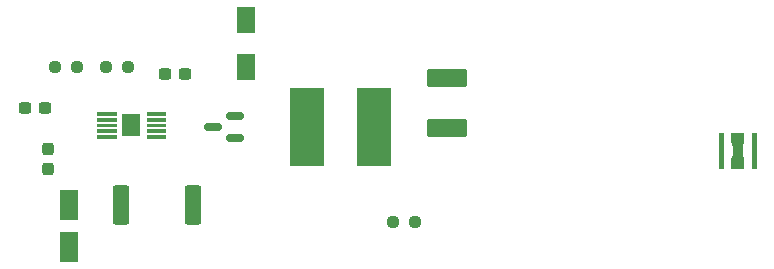
<source format=gbr>
%TF.GenerationSoftware,KiCad,Pcbnew,7.0.10-7.0.10~ubuntu20.04.1*%
%TF.CreationDate,2025-03-29T11:51:33+01:00*%
%TF.ProjectId,uven2-mk3-cc-driver,7576656e-322d-46d6-9b33-2d63632d6472,rev?*%
%TF.SameCoordinates,Original*%
%TF.FileFunction,Paste,Top*%
%TF.FilePolarity,Positive*%
%FSLAX46Y46*%
G04 Gerber Fmt 4.6, Leading zero omitted, Abs format (unit mm)*
G04 Created by KiCad (PCBNEW 7.0.10-7.0.10~ubuntu20.04.1) date 2025-03-29 11:51:33*
%MOMM*%
%LPD*%
G01*
G04 APERTURE LIST*
G04 Aperture macros list*
%AMRoundRect*
0 Rectangle with rounded corners*
0 $1 Rounding radius*
0 $2 $3 $4 $5 $6 $7 $8 $9 X,Y pos of 4 corners*
0 Add a 4 corners polygon primitive as box body*
4,1,4,$2,$3,$4,$5,$6,$7,$8,$9,$2,$3,0*
0 Add four circle primitives for the rounded corners*
1,1,$1+$1,$2,$3*
1,1,$1+$1,$4,$5*
1,1,$1+$1,$6,$7*
1,1,$1+$1,$8,$9*
0 Add four rect primitives between the rounded corners*
20,1,$1+$1,$2,$3,$4,$5,0*
20,1,$1+$1,$4,$5,$6,$7,0*
20,1,$1+$1,$6,$7,$8,$9,0*
20,1,$1+$1,$8,$9,$2,$3,0*%
G04 Aperture macros list end*
%ADD10C,0.010000*%
%ADD11RoundRect,0.249999X-0.450001X-1.425001X0.450001X-1.425001X0.450001X1.425001X-0.450001X1.425001X0*%
%ADD12RoundRect,0.237500X0.250000X0.237500X-0.250000X0.237500X-0.250000X-0.237500X0.250000X-0.237500X0*%
%ADD13RoundRect,0.237500X-0.300000X-0.237500X0.300000X-0.237500X0.300000X0.237500X-0.300000X0.237500X0*%
%ADD14R,1.550000X2.250000*%
%ADD15R,1.600000X2.600000*%
%ADD16R,1.570000X1.880000*%
%ADD17R,2.850000X6.600000*%
%ADD18RoundRect,0.150000X0.587500X0.150000X-0.587500X0.150000X-0.587500X-0.150000X0.587500X-0.150000X0*%
%ADD19RoundRect,0.250000X1.450000X-0.537500X1.450000X0.537500X-1.450000X0.537500X-1.450000X-0.537500X0*%
%ADD20RoundRect,0.237500X-0.237500X0.300000X-0.237500X-0.300000X0.237500X-0.300000X0.237500X0.300000X0*%
G04 APERTURE END LIST*
%TO.C,U2*%
D10*
X114975000Y-93975000D02*
X113425000Y-93975000D01*
X113425000Y-93725000D01*
X114975000Y-93725000D01*
X114975000Y-93975000D01*
G36*
X114975000Y-93975000D02*
G01*
X113425000Y-93975000D01*
X113425000Y-93725000D01*
X114975000Y-93725000D01*
X114975000Y-93975000D01*
G37*
X114975000Y-94475000D02*
X113425000Y-94475000D01*
X113425000Y-94225000D01*
X114975000Y-94225000D01*
X114975000Y-94475000D01*
G36*
X114975000Y-94475000D02*
G01*
X113425000Y-94475000D01*
X113425000Y-94225000D01*
X114975000Y-94225000D01*
X114975000Y-94475000D01*
G37*
X114975000Y-94975000D02*
X113425000Y-94975000D01*
X113425000Y-94725000D01*
X114975000Y-94725000D01*
X114975000Y-94975000D01*
G36*
X114975000Y-94975000D02*
G01*
X113425000Y-94975000D01*
X113425000Y-94725000D01*
X114975000Y-94725000D01*
X114975000Y-94975000D01*
G37*
X114975000Y-95475000D02*
X113425000Y-95475000D01*
X113425000Y-95225000D01*
X114975000Y-95225000D01*
X114975000Y-95475000D01*
G36*
X114975000Y-95475000D02*
G01*
X113425000Y-95475000D01*
X113425000Y-95225000D01*
X114975000Y-95225000D01*
X114975000Y-95475000D01*
G37*
X114975000Y-95975000D02*
X113425000Y-95975000D01*
X113425000Y-95725000D01*
X114975000Y-95725000D01*
X114975000Y-95975000D01*
G36*
X114975000Y-95975000D02*
G01*
X113425000Y-95975000D01*
X113425000Y-95725000D01*
X114975000Y-95725000D01*
X114975000Y-95975000D01*
G37*
X119175000Y-93975000D02*
X117625000Y-93975000D01*
X117625000Y-93725000D01*
X119175000Y-93725000D01*
X119175000Y-93975000D01*
G36*
X119175000Y-93975000D02*
G01*
X117625000Y-93975000D01*
X117625000Y-93725000D01*
X119175000Y-93725000D01*
X119175000Y-93975000D01*
G37*
X119175000Y-94475000D02*
X117625000Y-94475000D01*
X117625000Y-94225000D01*
X119175000Y-94225000D01*
X119175000Y-94475000D01*
G36*
X119175000Y-94475000D02*
G01*
X117625000Y-94475000D01*
X117625000Y-94225000D01*
X119175000Y-94225000D01*
X119175000Y-94475000D01*
G37*
X119175000Y-94975000D02*
X117625000Y-94975000D01*
X117625000Y-94725000D01*
X119175000Y-94725000D01*
X119175000Y-94975000D01*
G36*
X119175000Y-94975000D02*
G01*
X117625000Y-94975000D01*
X117625000Y-94725000D01*
X119175000Y-94725000D01*
X119175000Y-94975000D01*
G37*
X119175000Y-95475000D02*
X117625000Y-95475000D01*
X117625000Y-95225000D01*
X119175000Y-95225000D01*
X119175000Y-95475000D01*
G36*
X119175000Y-95475000D02*
G01*
X117625000Y-95475000D01*
X117625000Y-95225000D01*
X119175000Y-95225000D01*
X119175000Y-95475000D01*
G37*
X119175000Y-95975000D02*
X117625000Y-95975000D01*
X117625000Y-95725000D01*
X119175000Y-95725000D01*
X119175000Y-95975000D01*
G36*
X119175000Y-95975000D02*
G01*
X117625000Y-95975000D01*
X117625000Y-95725000D01*
X119175000Y-95725000D01*
X119175000Y-95975000D01*
G37*
%TO.C,D2*%
X169128000Y-95521000D02*
X169130000Y-95521000D01*
X169133000Y-95522000D01*
X169135000Y-95522000D01*
X169138000Y-95523000D01*
X169140000Y-95524000D01*
X169143000Y-95525000D01*
X169145000Y-95527000D01*
X169147000Y-95528000D01*
X169149000Y-95530000D01*
X169151000Y-95531000D01*
X169153000Y-95533000D01*
X169155000Y-95535000D01*
X169157000Y-95537000D01*
X169159000Y-95539000D01*
X169160000Y-95541000D01*
X169162000Y-95543000D01*
X169163000Y-95545000D01*
X169165000Y-95547000D01*
X169166000Y-95550000D01*
X169167000Y-95552000D01*
X169168000Y-95555000D01*
X169168000Y-95557000D01*
X169169000Y-95560000D01*
X169169000Y-95562000D01*
X169170000Y-95565000D01*
X169170000Y-95567000D01*
X169170000Y-95570000D01*
X169170000Y-98430000D01*
X169170000Y-98433000D01*
X169170000Y-98435000D01*
X169169000Y-98438000D01*
X169169000Y-98440000D01*
X169168000Y-98443000D01*
X169168000Y-98445000D01*
X169167000Y-98448000D01*
X169166000Y-98450000D01*
X169165000Y-98453000D01*
X169163000Y-98455000D01*
X169162000Y-98457000D01*
X169160000Y-98459000D01*
X169159000Y-98461000D01*
X169157000Y-98463000D01*
X169155000Y-98465000D01*
X169153000Y-98467000D01*
X169151000Y-98469000D01*
X169149000Y-98470000D01*
X169147000Y-98472000D01*
X169145000Y-98473000D01*
X169143000Y-98475000D01*
X169140000Y-98476000D01*
X169138000Y-98477000D01*
X169135000Y-98478000D01*
X169133000Y-98478000D01*
X169130000Y-98479000D01*
X169128000Y-98479000D01*
X169125000Y-98480000D01*
X169123000Y-98480000D01*
X169120000Y-98480000D01*
X168880000Y-98480000D01*
X168877000Y-98480000D01*
X168875000Y-98480000D01*
X168872000Y-98479000D01*
X168870000Y-98479000D01*
X168867000Y-98478000D01*
X168865000Y-98478000D01*
X168862000Y-98477000D01*
X168860000Y-98476000D01*
X168857000Y-98475000D01*
X168855000Y-98473000D01*
X168853000Y-98472000D01*
X168851000Y-98470000D01*
X168849000Y-98469000D01*
X168847000Y-98467000D01*
X168845000Y-98465000D01*
X168843000Y-98463000D01*
X168841000Y-98461000D01*
X168840000Y-98459000D01*
X168838000Y-98457000D01*
X168837000Y-98455000D01*
X168835000Y-98453000D01*
X168834000Y-98450000D01*
X168833000Y-98448000D01*
X168832000Y-98445000D01*
X168832000Y-98443000D01*
X168831000Y-98440000D01*
X168831000Y-98438000D01*
X168830000Y-98435000D01*
X168830000Y-98433000D01*
X168830000Y-98430000D01*
X168830000Y-95570000D01*
X168830000Y-95567000D01*
X168830000Y-95565000D01*
X168831000Y-95562000D01*
X168831000Y-95560000D01*
X168832000Y-95557000D01*
X168832000Y-95555000D01*
X168833000Y-95552000D01*
X168834000Y-95550000D01*
X168835000Y-95547000D01*
X168837000Y-95545000D01*
X168838000Y-95543000D01*
X168840000Y-95541000D01*
X168841000Y-95539000D01*
X168843000Y-95537000D01*
X168845000Y-95535000D01*
X168847000Y-95533000D01*
X168849000Y-95531000D01*
X168851000Y-95530000D01*
X168853000Y-95528000D01*
X168855000Y-95527000D01*
X168857000Y-95525000D01*
X168860000Y-95524000D01*
X168862000Y-95523000D01*
X168865000Y-95522000D01*
X168867000Y-95522000D01*
X168870000Y-95521000D01*
X168872000Y-95521000D01*
X168875000Y-95520000D01*
X168877000Y-95520000D01*
X168880000Y-95520000D01*
X169120000Y-95520000D01*
X169123000Y-95520000D01*
X169125000Y-95520000D01*
X169128000Y-95521000D01*
G36*
X169128000Y-95521000D02*
G01*
X169130000Y-95521000D01*
X169133000Y-95522000D01*
X169135000Y-95522000D01*
X169138000Y-95523000D01*
X169140000Y-95524000D01*
X169143000Y-95525000D01*
X169145000Y-95527000D01*
X169147000Y-95528000D01*
X169149000Y-95530000D01*
X169151000Y-95531000D01*
X169153000Y-95533000D01*
X169155000Y-95535000D01*
X169157000Y-95537000D01*
X169159000Y-95539000D01*
X169160000Y-95541000D01*
X169162000Y-95543000D01*
X169163000Y-95545000D01*
X169165000Y-95547000D01*
X169166000Y-95550000D01*
X169167000Y-95552000D01*
X169168000Y-95555000D01*
X169168000Y-95557000D01*
X169169000Y-95560000D01*
X169169000Y-95562000D01*
X169170000Y-95565000D01*
X169170000Y-95567000D01*
X169170000Y-95570000D01*
X169170000Y-98430000D01*
X169170000Y-98433000D01*
X169170000Y-98435000D01*
X169169000Y-98438000D01*
X169169000Y-98440000D01*
X169168000Y-98443000D01*
X169168000Y-98445000D01*
X169167000Y-98448000D01*
X169166000Y-98450000D01*
X169165000Y-98453000D01*
X169163000Y-98455000D01*
X169162000Y-98457000D01*
X169160000Y-98459000D01*
X169159000Y-98461000D01*
X169157000Y-98463000D01*
X169155000Y-98465000D01*
X169153000Y-98467000D01*
X169151000Y-98469000D01*
X169149000Y-98470000D01*
X169147000Y-98472000D01*
X169145000Y-98473000D01*
X169143000Y-98475000D01*
X169140000Y-98476000D01*
X169138000Y-98477000D01*
X169135000Y-98478000D01*
X169133000Y-98478000D01*
X169130000Y-98479000D01*
X169128000Y-98479000D01*
X169125000Y-98480000D01*
X169123000Y-98480000D01*
X169120000Y-98480000D01*
X168880000Y-98480000D01*
X168877000Y-98480000D01*
X168875000Y-98480000D01*
X168872000Y-98479000D01*
X168870000Y-98479000D01*
X168867000Y-98478000D01*
X168865000Y-98478000D01*
X168862000Y-98477000D01*
X168860000Y-98476000D01*
X168857000Y-98475000D01*
X168855000Y-98473000D01*
X168853000Y-98472000D01*
X168851000Y-98470000D01*
X168849000Y-98469000D01*
X168847000Y-98467000D01*
X168845000Y-98465000D01*
X168843000Y-98463000D01*
X168841000Y-98461000D01*
X168840000Y-98459000D01*
X168838000Y-98457000D01*
X168837000Y-98455000D01*
X168835000Y-98453000D01*
X168834000Y-98450000D01*
X168833000Y-98448000D01*
X168832000Y-98445000D01*
X168832000Y-98443000D01*
X168831000Y-98440000D01*
X168831000Y-98438000D01*
X168830000Y-98435000D01*
X168830000Y-98433000D01*
X168830000Y-98430000D01*
X168830000Y-95570000D01*
X168830000Y-95567000D01*
X168830000Y-95565000D01*
X168831000Y-95562000D01*
X168831000Y-95560000D01*
X168832000Y-95557000D01*
X168832000Y-95555000D01*
X168833000Y-95552000D01*
X168834000Y-95550000D01*
X168835000Y-95547000D01*
X168837000Y-95545000D01*
X168838000Y-95543000D01*
X168840000Y-95541000D01*
X168841000Y-95539000D01*
X168843000Y-95537000D01*
X168845000Y-95535000D01*
X168847000Y-95533000D01*
X168849000Y-95531000D01*
X168851000Y-95530000D01*
X168853000Y-95528000D01*
X168855000Y-95527000D01*
X168857000Y-95525000D01*
X168860000Y-95524000D01*
X168862000Y-95523000D01*
X168865000Y-95522000D01*
X168867000Y-95522000D01*
X168870000Y-95521000D01*
X168872000Y-95521000D01*
X168875000Y-95520000D01*
X168877000Y-95520000D01*
X168880000Y-95520000D01*
X169120000Y-95520000D01*
X169123000Y-95520000D01*
X169125000Y-95520000D01*
X169128000Y-95521000D01*
G37*
X166348000Y-95521000D02*
X166350000Y-95521000D01*
X166353000Y-95522000D01*
X166355000Y-95522000D01*
X166358000Y-95523000D01*
X166360000Y-95524000D01*
X166363000Y-95525000D01*
X166365000Y-95527000D01*
X166367000Y-95528000D01*
X166369000Y-95530000D01*
X166371000Y-95531000D01*
X166373000Y-95533000D01*
X166375000Y-95535000D01*
X166377000Y-95537000D01*
X166379000Y-95539000D01*
X166380000Y-95541000D01*
X166382000Y-95543000D01*
X166383000Y-95545000D01*
X166385000Y-95547000D01*
X166386000Y-95550000D01*
X166387000Y-95552000D01*
X166388000Y-95555000D01*
X166388000Y-95557000D01*
X166389000Y-95560000D01*
X166389000Y-95562000D01*
X166390000Y-95565000D01*
X166390000Y-95567000D01*
X166390000Y-95570000D01*
X166390000Y-98430000D01*
X166390000Y-98433000D01*
X166390000Y-98435000D01*
X166389000Y-98438000D01*
X166389000Y-98440000D01*
X166388000Y-98443000D01*
X166388000Y-98445000D01*
X166387000Y-98448000D01*
X166386000Y-98450000D01*
X166385000Y-98453000D01*
X166383000Y-98455000D01*
X166382000Y-98457000D01*
X166380000Y-98459000D01*
X166379000Y-98461000D01*
X166377000Y-98463000D01*
X166375000Y-98465000D01*
X166373000Y-98467000D01*
X166371000Y-98469000D01*
X166369000Y-98470000D01*
X166367000Y-98472000D01*
X166365000Y-98473000D01*
X166363000Y-98475000D01*
X166360000Y-98476000D01*
X166358000Y-98477000D01*
X166355000Y-98478000D01*
X166353000Y-98478000D01*
X166350000Y-98479000D01*
X166348000Y-98479000D01*
X166345000Y-98480000D01*
X166343000Y-98480000D01*
X166340000Y-98480000D01*
X166100000Y-98480000D01*
X166097000Y-98480000D01*
X166095000Y-98480000D01*
X166092000Y-98479000D01*
X166090000Y-98479000D01*
X166087000Y-98478000D01*
X166085000Y-98478000D01*
X166082000Y-98477000D01*
X166080000Y-98476000D01*
X166077000Y-98475000D01*
X166075000Y-98473000D01*
X166073000Y-98472000D01*
X166071000Y-98470000D01*
X166069000Y-98469000D01*
X166067000Y-98467000D01*
X166065000Y-98465000D01*
X166063000Y-98463000D01*
X166061000Y-98461000D01*
X166060000Y-98459000D01*
X166058000Y-98457000D01*
X166057000Y-98455000D01*
X166055000Y-98453000D01*
X166054000Y-98450000D01*
X166053000Y-98448000D01*
X166052000Y-98445000D01*
X166052000Y-98443000D01*
X166051000Y-98440000D01*
X166051000Y-98438000D01*
X166050000Y-98435000D01*
X166050000Y-98433000D01*
X166050000Y-98430000D01*
X166050000Y-95570000D01*
X166050000Y-95567000D01*
X166050000Y-95565000D01*
X166051000Y-95562000D01*
X166051000Y-95560000D01*
X166052000Y-95557000D01*
X166052000Y-95555000D01*
X166053000Y-95552000D01*
X166054000Y-95550000D01*
X166055000Y-95547000D01*
X166057000Y-95545000D01*
X166058000Y-95543000D01*
X166060000Y-95541000D01*
X166061000Y-95539000D01*
X166063000Y-95537000D01*
X166065000Y-95535000D01*
X166067000Y-95533000D01*
X166069000Y-95531000D01*
X166071000Y-95530000D01*
X166073000Y-95528000D01*
X166075000Y-95527000D01*
X166077000Y-95525000D01*
X166080000Y-95524000D01*
X166082000Y-95523000D01*
X166085000Y-95522000D01*
X166087000Y-95522000D01*
X166090000Y-95521000D01*
X166092000Y-95521000D01*
X166095000Y-95520000D01*
X166097000Y-95520000D01*
X166100000Y-95520000D01*
X166340000Y-95520000D01*
X166343000Y-95520000D01*
X166345000Y-95520000D01*
X166348000Y-95521000D01*
G36*
X166348000Y-95521000D02*
G01*
X166350000Y-95521000D01*
X166353000Y-95522000D01*
X166355000Y-95522000D01*
X166358000Y-95523000D01*
X166360000Y-95524000D01*
X166363000Y-95525000D01*
X166365000Y-95527000D01*
X166367000Y-95528000D01*
X166369000Y-95530000D01*
X166371000Y-95531000D01*
X166373000Y-95533000D01*
X166375000Y-95535000D01*
X166377000Y-95537000D01*
X166379000Y-95539000D01*
X166380000Y-95541000D01*
X166382000Y-95543000D01*
X166383000Y-95545000D01*
X166385000Y-95547000D01*
X166386000Y-95550000D01*
X166387000Y-95552000D01*
X166388000Y-95555000D01*
X166388000Y-95557000D01*
X166389000Y-95560000D01*
X166389000Y-95562000D01*
X166390000Y-95565000D01*
X166390000Y-95567000D01*
X166390000Y-95570000D01*
X166390000Y-98430000D01*
X166390000Y-98433000D01*
X166390000Y-98435000D01*
X166389000Y-98438000D01*
X166389000Y-98440000D01*
X166388000Y-98443000D01*
X166388000Y-98445000D01*
X166387000Y-98448000D01*
X166386000Y-98450000D01*
X166385000Y-98453000D01*
X166383000Y-98455000D01*
X166382000Y-98457000D01*
X166380000Y-98459000D01*
X166379000Y-98461000D01*
X166377000Y-98463000D01*
X166375000Y-98465000D01*
X166373000Y-98467000D01*
X166371000Y-98469000D01*
X166369000Y-98470000D01*
X166367000Y-98472000D01*
X166365000Y-98473000D01*
X166363000Y-98475000D01*
X166360000Y-98476000D01*
X166358000Y-98477000D01*
X166355000Y-98478000D01*
X166353000Y-98478000D01*
X166350000Y-98479000D01*
X166348000Y-98479000D01*
X166345000Y-98480000D01*
X166343000Y-98480000D01*
X166340000Y-98480000D01*
X166100000Y-98480000D01*
X166097000Y-98480000D01*
X166095000Y-98480000D01*
X166092000Y-98479000D01*
X166090000Y-98479000D01*
X166087000Y-98478000D01*
X166085000Y-98478000D01*
X166082000Y-98477000D01*
X166080000Y-98476000D01*
X166077000Y-98475000D01*
X166075000Y-98473000D01*
X166073000Y-98472000D01*
X166071000Y-98470000D01*
X166069000Y-98469000D01*
X166067000Y-98467000D01*
X166065000Y-98465000D01*
X166063000Y-98463000D01*
X166061000Y-98461000D01*
X166060000Y-98459000D01*
X166058000Y-98457000D01*
X166057000Y-98455000D01*
X166055000Y-98453000D01*
X166054000Y-98450000D01*
X166053000Y-98448000D01*
X166052000Y-98445000D01*
X166052000Y-98443000D01*
X166051000Y-98440000D01*
X166051000Y-98438000D01*
X166050000Y-98435000D01*
X166050000Y-98433000D01*
X166050000Y-98430000D01*
X166050000Y-95570000D01*
X166050000Y-95567000D01*
X166050000Y-95565000D01*
X166051000Y-95562000D01*
X166051000Y-95560000D01*
X166052000Y-95557000D01*
X166052000Y-95555000D01*
X166053000Y-95552000D01*
X166054000Y-95550000D01*
X166055000Y-95547000D01*
X166057000Y-95545000D01*
X166058000Y-95543000D01*
X166060000Y-95541000D01*
X166061000Y-95539000D01*
X166063000Y-95537000D01*
X166065000Y-95535000D01*
X166067000Y-95533000D01*
X166069000Y-95531000D01*
X166071000Y-95530000D01*
X166073000Y-95528000D01*
X166075000Y-95527000D01*
X166077000Y-95525000D01*
X166080000Y-95524000D01*
X166082000Y-95523000D01*
X166085000Y-95522000D01*
X166087000Y-95522000D01*
X166090000Y-95521000D01*
X166092000Y-95521000D01*
X166095000Y-95520000D01*
X166097000Y-95520000D01*
X166100000Y-95520000D01*
X166340000Y-95520000D01*
X166343000Y-95520000D01*
X166345000Y-95520000D01*
X166348000Y-95521000D01*
G37*
X168068000Y-95521000D02*
X168070000Y-95521000D01*
X168073000Y-95522000D01*
X168075000Y-95522000D01*
X168078000Y-95523000D01*
X168080000Y-95524000D01*
X168083000Y-95525000D01*
X168085000Y-95527000D01*
X168087000Y-95528000D01*
X168089000Y-95530000D01*
X168091000Y-95531000D01*
X168093000Y-95533000D01*
X168095000Y-95535000D01*
X168097000Y-95537000D01*
X168099000Y-95539000D01*
X168100000Y-95541000D01*
X168102000Y-95543000D01*
X168103000Y-95545000D01*
X168105000Y-95547000D01*
X168106000Y-95550000D01*
X168107000Y-95552000D01*
X168108000Y-95555000D01*
X168108000Y-95557000D01*
X168109000Y-95560000D01*
X168109000Y-95562000D01*
X168110000Y-95565000D01*
X168110000Y-95567000D01*
X168110000Y-95570000D01*
X168110000Y-96290000D01*
X168056000Y-96399000D01*
X168054000Y-96402000D01*
X168051000Y-96409000D01*
X168048000Y-96416000D01*
X168044000Y-96423000D01*
X168042000Y-96430000D01*
X168039000Y-96437000D01*
X168036000Y-96444000D01*
X168033000Y-96451000D01*
X168031000Y-96458000D01*
X168028000Y-96465000D01*
X168026000Y-96472000D01*
X168024000Y-96479000D01*
X168022000Y-96487000D01*
X168020000Y-96494000D01*
X168018000Y-96501000D01*
X168017000Y-96509000D01*
X168015000Y-96516000D01*
X168014000Y-96523000D01*
X168012000Y-96531000D01*
X168011000Y-96538000D01*
X168010000Y-96546000D01*
X168009000Y-96553000D01*
X168008000Y-96561000D01*
X168007000Y-96568000D01*
X168006000Y-96576000D01*
X168006000Y-96583000D01*
X168006000Y-96591000D01*
X168005000Y-96598000D01*
X168005000Y-96606000D01*
X168005000Y-96613000D01*
X168005000Y-97387000D01*
X168005000Y-97394000D01*
X168005000Y-97402000D01*
X168006000Y-97409000D01*
X168006000Y-97417000D01*
X168006000Y-97424000D01*
X168007000Y-97432000D01*
X168008000Y-97439000D01*
X168009000Y-97447000D01*
X168010000Y-97454000D01*
X168011000Y-97462000D01*
X168012000Y-97469000D01*
X168014000Y-97477000D01*
X168015000Y-97484000D01*
X168017000Y-97491000D01*
X168018000Y-97499000D01*
X168020000Y-97506000D01*
X168022000Y-97513000D01*
X168024000Y-97521000D01*
X168026000Y-97528000D01*
X168028000Y-97535000D01*
X168031000Y-97542000D01*
X168033000Y-97549000D01*
X168036000Y-97556000D01*
X168039000Y-97563000D01*
X168042000Y-97570000D01*
X168044000Y-97577000D01*
X168048000Y-97584000D01*
X168051000Y-97591000D01*
X168054000Y-97598000D01*
X168056000Y-97601000D01*
X168110000Y-97710000D01*
X168110000Y-98430000D01*
X168110000Y-98433000D01*
X168110000Y-98435000D01*
X168109000Y-98438000D01*
X168109000Y-98440000D01*
X168108000Y-98443000D01*
X168108000Y-98445000D01*
X168107000Y-98448000D01*
X168106000Y-98450000D01*
X168105000Y-98453000D01*
X168103000Y-98455000D01*
X168102000Y-98457000D01*
X168100000Y-98459000D01*
X168099000Y-98461000D01*
X168097000Y-98463000D01*
X168095000Y-98465000D01*
X168093000Y-98467000D01*
X168091000Y-98469000D01*
X168089000Y-98470000D01*
X168087000Y-98472000D01*
X168085000Y-98473000D01*
X168083000Y-98475000D01*
X168080000Y-98476000D01*
X168078000Y-98477000D01*
X168075000Y-98478000D01*
X168073000Y-98478000D01*
X168070000Y-98479000D01*
X168068000Y-98479000D01*
X168065000Y-98480000D01*
X168063000Y-98480000D01*
X168060000Y-98480000D01*
X167160000Y-98480000D01*
X167157000Y-98480000D01*
X167155000Y-98480000D01*
X167152000Y-98479000D01*
X167150000Y-98479000D01*
X167147000Y-98478000D01*
X167145000Y-98478000D01*
X167142000Y-98477000D01*
X167140000Y-98476000D01*
X167137000Y-98475000D01*
X167135000Y-98473000D01*
X167133000Y-98472000D01*
X167131000Y-98470000D01*
X167129000Y-98469000D01*
X167127000Y-98467000D01*
X167125000Y-98465000D01*
X167123000Y-98463000D01*
X167121000Y-98461000D01*
X167120000Y-98459000D01*
X167118000Y-98457000D01*
X167117000Y-98455000D01*
X167115000Y-98453000D01*
X167114000Y-98450000D01*
X167113000Y-98448000D01*
X167112000Y-98445000D01*
X167112000Y-98443000D01*
X167111000Y-98440000D01*
X167111000Y-98438000D01*
X167110000Y-98435000D01*
X167110000Y-98433000D01*
X167110000Y-98430000D01*
X167110000Y-97710000D01*
X167164000Y-97601000D01*
X167166000Y-97598000D01*
X167169000Y-97591000D01*
X167172000Y-97584000D01*
X167176000Y-97577000D01*
X167178000Y-97570000D01*
X167181000Y-97563000D01*
X167184000Y-97556000D01*
X167187000Y-97549000D01*
X167189000Y-97542000D01*
X167192000Y-97535000D01*
X167194000Y-97528000D01*
X167196000Y-97521000D01*
X167198000Y-97513000D01*
X167200000Y-97506000D01*
X167202000Y-97499000D01*
X167203000Y-97491000D01*
X167205000Y-97484000D01*
X167206000Y-97477000D01*
X167208000Y-97469000D01*
X167209000Y-97462000D01*
X167210000Y-97454000D01*
X167211000Y-97447000D01*
X167212000Y-97439000D01*
X167213000Y-97432000D01*
X167214000Y-97424000D01*
X167214000Y-97417000D01*
X167214000Y-97409000D01*
X167215000Y-97402000D01*
X167215000Y-97394000D01*
X167215000Y-97387000D01*
X167215000Y-96613000D01*
X167215000Y-96606000D01*
X167215000Y-96598000D01*
X167214000Y-96591000D01*
X167214000Y-96583000D01*
X167214000Y-96576000D01*
X167213000Y-96568000D01*
X167212000Y-96561000D01*
X167211000Y-96553000D01*
X167210000Y-96546000D01*
X167209000Y-96538000D01*
X167208000Y-96531000D01*
X167206000Y-96523000D01*
X167205000Y-96516000D01*
X167203000Y-96509000D01*
X167202000Y-96501000D01*
X167200000Y-96494000D01*
X167198000Y-96487000D01*
X167196000Y-96479000D01*
X167194000Y-96472000D01*
X167192000Y-96465000D01*
X167189000Y-96458000D01*
X167187000Y-96451000D01*
X167184000Y-96444000D01*
X167181000Y-96437000D01*
X167178000Y-96430000D01*
X167176000Y-96423000D01*
X167172000Y-96416000D01*
X167169000Y-96409000D01*
X167166000Y-96402000D01*
X167164000Y-96399000D01*
X167110000Y-96290000D01*
X167110000Y-95570000D01*
X167110000Y-95567000D01*
X167110000Y-95565000D01*
X167111000Y-95562000D01*
X167111000Y-95560000D01*
X167112000Y-95557000D01*
X167112000Y-95555000D01*
X167113000Y-95552000D01*
X167114000Y-95550000D01*
X167115000Y-95547000D01*
X167117000Y-95545000D01*
X167118000Y-95543000D01*
X167120000Y-95541000D01*
X167121000Y-95539000D01*
X167123000Y-95537000D01*
X167125000Y-95535000D01*
X167127000Y-95533000D01*
X167129000Y-95531000D01*
X167131000Y-95530000D01*
X167133000Y-95528000D01*
X167135000Y-95527000D01*
X167137000Y-95525000D01*
X167140000Y-95524000D01*
X167142000Y-95523000D01*
X167145000Y-95522000D01*
X167147000Y-95522000D01*
X167150000Y-95521000D01*
X167152000Y-95521000D01*
X167155000Y-95520000D01*
X167157000Y-95520000D01*
X167160000Y-95520000D01*
X168060000Y-95520000D01*
X168063000Y-95520000D01*
X168065000Y-95520000D01*
X168068000Y-95521000D01*
G36*
X168068000Y-95521000D02*
G01*
X168070000Y-95521000D01*
X168073000Y-95522000D01*
X168075000Y-95522000D01*
X168078000Y-95523000D01*
X168080000Y-95524000D01*
X168083000Y-95525000D01*
X168085000Y-95527000D01*
X168087000Y-95528000D01*
X168089000Y-95530000D01*
X168091000Y-95531000D01*
X168093000Y-95533000D01*
X168095000Y-95535000D01*
X168097000Y-95537000D01*
X168099000Y-95539000D01*
X168100000Y-95541000D01*
X168102000Y-95543000D01*
X168103000Y-95545000D01*
X168105000Y-95547000D01*
X168106000Y-95550000D01*
X168107000Y-95552000D01*
X168108000Y-95555000D01*
X168108000Y-95557000D01*
X168109000Y-95560000D01*
X168109000Y-95562000D01*
X168110000Y-95565000D01*
X168110000Y-95567000D01*
X168110000Y-95570000D01*
X168110000Y-96290000D01*
X168056000Y-96399000D01*
X168054000Y-96402000D01*
X168051000Y-96409000D01*
X168048000Y-96416000D01*
X168044000Y-96423000D01*
X168042000Y-96430000D01*
X168039000Y-96437000D01*
X168036000Y-96444000D01*
X168033000Y-96451000D01*
X168031000Y-96458000D01*
X168028000Y-96465000D01*
X168026000Y-96472000D01*
X168024000Y-96479000D01*
X168022000Y-96487000D01*
X168020000Y-96494000D01*
X168018000Y-96501000D01*
X168017000Y-96509000D01*
X168015000Y-96516000D01*
X168014000Y-96523000D01*
X168012000Y-96531000D01*
X168011000Y-96538000D01*
X168010000Y-96546000D01*
X168009000Y-96553000D01*
X168008000Y-96561000D01*
X168007000Y-96568000D01*
X168006000Y-96576000D01*
X168006000Y-96583000D01*
X168006000Y-96591000D01*
X168005000Y-96598000D01*
X168005000Y-96606000D01*
X168005000Y-96613000D01*
X168005000Y-97387000D01*
X168005000Y-97394000D01*
X168005000Y-97402000D01*
X168006000Y-97409000D01*
X168006000Y-97417000D01*
X168006000Y-97424000D01*
X168007000Y-97432000D01*
X168008000Y-97439000D01*
X168009000Y-97447000D01*
X168010000Y-97454000D01*
X168011000Y-97462000D01*
X168012000Y-97469000D01*
X168014000Y-97477000D01*
X168015000Y-97484000D01*
X168017000Y-97491000D01*
X168018000Y-97499000D01*
X168020000Y-97506000D01*
X168022000Y-97513000D01*
X168024000Y-97521000D01*
X168026000Y-97528000D01*
X168028000Y-97535000D01*
X168031000Y-97542000D01*
X168033000Y-97549000D01*
X168036000Y-97556000D01*
X168039000Y-97563000D01*
X168042000Y-97570000D01*
X168044000Y-97577000D01*
X168048000Y-97584000D01*
X168051000Y-97591000D01*
X168054000Y-97598000D01*
X168056000Y-97601000D01*
X168110000Y-97710000D01*
X168110000Y-98430000D01*
X168110000Y-98433000D01*
X168110000Y-98435000D01*
X168109000Y-98438000D01*
X168109000Y-98440000D01*
X168108000Y-98443000D01*
X168108000Y-98445000D01*
X168107000Y-98448000D01*
X168106000Y-98450000D01*
X168105000Y-98453000D01*
X168103000Y-98455000D01*
X168102000Y-98457000D01*
X168100000Y-98459000D01*
X168099000Y-98461000D01*
X168097000Y-98463000D01*
X168095000Y-98465000D01*
X168093000Y-98467000D01*
X168091000Y-98469000D01*
X168089000Y-98470000D01*
X168087000Y-98472000D01*
X168085000Y-98473000D01*
X168083000Y-98475000D01*
X168080000Y-98476000D01*
X168078000Y-98477000D01*
X168075000Y-98478000D01*
X168073000Y-98478000D01*
X168070000Y-98479000D01*
X168068000Y-98479000D01*
X168065000Y-98480000D01*
X168063000Y-98480000D01*
X168060000Y-98480000D01*
X167160000Y-98480000D01*
X167157000Y-98480000D01*
X167155000Y-98480000D01*
X167152000Y-98479000D01*
X167150000Y-98479000D01*
X167147000Y-98478000D01*
X167145000Y-98478000D01*
X167142000Y-98477000D01*
X167140000Y-98476000D01*
X167137000Y-98475000D01*
X167135000Y-98473000D01*
X167133000Y-98472000D01*
X167131000Y-98470000D01*
X167129000Y-98469000D01*
X167127000Y-98467000D01*
X167125000Y-98465000D01*
X167123000Y-98463000D01*
X167121000Y-98461000D01*
X167120000Y-98459000D01*
X167118000Y-98457000D01*
X167117000Y-98455000D01*
X167115000Y-98453000D01*
X167114000Y-98450000D01*
X167113000Y-98448000D01*
X167112000Y-98445000D01*
X167112000Y-98443000D01*
X167111000Y-98440000D01*
X167111000Y-98438000D01*
X167110000Y-98435000D01*
X167110000Y-98433000D01*
X167110000Y-98430000D01*
X167110000Y-97710000D01*
X167164000Y-97601000D01*
X167166000Y-97598000D01*
X167169000Y-97591000D01*
X167172000Y-97584000D01*
X167176000Y-97577000D01*
X167178000Y-97570000D01*
X167181000Y-97563000D01*
X167184000Y-97556000D01*
X167187000Y-97549000D01*
X167189000Y-97542000D01*
X167192000Y-97535000D01*
X167194000Y-97528000D01*
X167196000Y-97521000D01*
X167198000Y-97513000D01*
X167200000Y-97506000D01*
X167202000Y-97499000D01*
X167203000Y-97491000D01*
X167205000Y-97484000D01*
X167206000Y-97477000D01*
X167208000Y-97469000D01*
X167209000Y-97462000D01*
X167210000Y-97454000D01*
X167211000Y-97447000D01*
X167212000Y-97439000D01*
X167213000Y-97432000D01*
X167214000Y-97424000D01*
X167214000Y-97417000D01*
X167214000Y-97409000D01*
X167215000Y-97402000D01*
X167215000Y-97394000D01*
X167215000Y-97387000D01*
X167215000Y-96613000D01*
X167215000Y-96606000D01*
X167215000Y-96598000D01*
X167214000Y-96591000D01*
X167214000Y-96583000D01*
X167214000Y-96576000D01*
X167213000Y-96568000D01*
X167212000Y-96561000D01*
X167211000Y-96553000D01*
X167210000Y-96546000D01*
X167209000Y-96538000D01*
X167208000Y-96531000D01*
X167206000Y-96523000D01*
X167205000Y-96516000D01*
X167203000Y-96509000D01*
X167202000Y-96501000D01*
X167200000Y-96494000D01*
X167198000Y-96487000D01*
X167196000Y-96479000D01*
X167194000Y-96472000D01*
X167192000Y-96465000D01*
X167189000Y-96458000D01*
X167187000Y-96451000D01*
X167184000Y-96444000D01*
X167181000Y-96437000D01*
X167178000Y-96430000D01*
X167176000Y-96423000D01*
X167172000Y-96416000D01*
X167169000Y-96409000D01*
X167166000Y-96402000D01*
X167164000Y-96399000D01*
X167110000Y-96290000D01*
X167110000Y-95570000D01*
X167110000Y-95567000D01*
X167110000Y-95565000D01*
X167111000Y-95562000D01*
X167111000Y-95560000D01*
X167112000Y-95557000D01*
X167112000Y-95555000D01*
X167113000Y-95552000D01*
X167114000Y-95550000D01*
X167115000Y-95547000D01*
X167117000Y-95545000D01*
X167118000Y-95543000D01*
X167120000Y-95541000D01*
X167121000Y-95539000D01*
X167123000Y-95537000D01*
X167125000Y-95535000D01*
X167127000Y-95533000D01*
X167129000Y-95531000D01*
X167131000Y-95530000D01*
X167133000Y-95528000D01*
X167135000Y-95527000D01*
X167137000Y-95525000D01*
X167140000Y-95524000D01*
X167142000Y-95523000D01*
X167145000Y-95522000D01*
X167147000Y-95522000D01*
X167150000Y-95521000D01*
X167152000Y-95521000D01*
X167155000Y-95520000D01*
X167157000Y-95520000D01*
X167160000Y-95520000D01*
X168060000Y-95520000D01*
X168063000Y-95520000D01*
X168065000Y-95520000D01*
X168068000Y-95521000D01*
G37*
%TD*%
D11*
%TO.C,R4*%
X115450000Y-101600000D03*
X121550000Y-101600000D03*
%TD*%
D12*
%TO.C,R3*%
X140312500Y-103100000D03*
X138487500Y-103100000D03*
%TD*%
%TO.C,R2*%
X111712500Y-89900000D03*
X109887500Y-89900000D03*
%TD*%
%TO.C,R1*%
X116000000Y-89900000D03*
X114175000Y-89900000D03*
%TD*%
D13*
%TO.C,C2*%
X107287500Y-93450000D03*
X109012500Y-93450000D03*
%TD*%
D14*
%TO.C,D1*%
X125980000Y-89920000D03*
X125980000Y-85920000D03*
%TD*%
D15*
%TO.C,C1*%
X111000000Y-101600000D03*
X111000000Y-105200000D03*
%TD*%
D16*
%TO.C,U2*%
X116300000Y-94850000D03*
%TD*%
D17*
%TO.C,L1*%
X131175000Y-95000000D03*
X136825000Y-95000000D03*
%TD*%
D18*
%TO.C,Q1*%
X125125000Y-95950000D03*
X125125000Y-94050000D03*
X123250000Y-95000000D03*
%TD*%
D19*
%TO.C,C5*%
X143000000Y-95137500D03*
X143000000Y-90862500D03*
%TD*%
D20*
%TO.C,C3*%
X109250000Y-96887500D03*
X109250000Y-98612500D03*
%TD*%
D13*
%TO.C,C4*%
X119137500Y-90500000D03*
X120862500Y-90500000D03*
%TD*%
M02*

</source>
